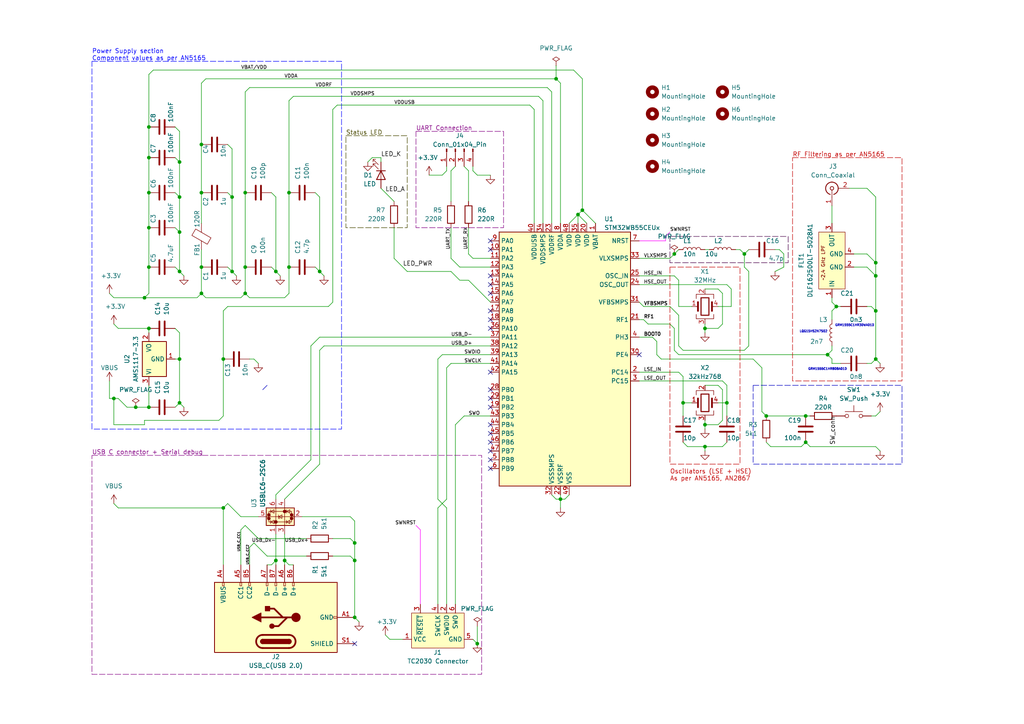
<source format=kicad_sch>
(kicad_sch (version 20231120) (generator "eeschema") (generator_version "8.0")
  (paper "A4")
  (title_block (title "STM32_BT_Project") (date "2024-10-21") (rev "0.2") (company "arpiku.xyz"))
  (junction (at 102.87 157.48))
  (junction (at 52.07 67.31))
  (junction (at 242.57 88.9))
  (junction (at 210.82 116.84))
  (junction (at 67.31 78.74))
  (junction (at 233.68 120.65))
  (junction (at 52.07 104.14))
  (junction (at 254 104.14))
  (junction (at 198.12 116.84))
  (junction (at 43.18 77.47))
  (junction (at 233.68 128.27))
  (junction (at 64.77 104.14))
  (junction (at 80.01 78.74))
  (junction (at 195.58 73.66))
  (junction (at 83.82 55.88))
  (junction (at 67.31 57.15))
  (junction (at 52.07 78.74))
  (junction (at 168.91 60.96))
  (junction (at 58.42 77.47))
  (junction (at 43.18 36.83))
  (junction (at 52.07 116.84))
  (junction (at 254 80.01))
  (junction (at 204.47 95.25))
  (junction (at 71.12 77.47))
  (junction (at 52.07 46.99))
  (junction (at 162.56 144.78))
  (junction (at 71.12 55.88))
  (junction (at 33.02 115.57))
  (junction (at 58.42 85.09))
  (junction (at 254 76.2))
  (junction (at 52.07 57.15))
  (junction (at 240.03 102.87))
  (junction (at 41.91 86.36))
  (junction (at 254 90.17))
  (junction (at 43.18 95.25))
  (junction (at 39.37 118.11))
  (junction (at 204.47 129.54))
  (junction (at 58.42 55.88))
  (junction (at 43.18 55.88))
  (junction (at 167.64 62.23))
  (junction (at 58.42 41.91))
  (junction (at 92.71 78.74))
  (junction (at 102.87 179.07))
  (junction (at 215.9 73.66))
  (junction (at 43.18 118.11))
  (junction (at 64.77 147.32))
  (junction (at 161.29 22.86))
  (junction (at 82.55 162.56))
  (junction (at 204.47 123.19))
  (junction (at 83.82 77.47))
  (junction (at 102.87 162.56))
  (junction (at 43.18 45.72))
  (junction (at 71.12 85.09))
  (junction (at 222.25 120.65))
  (junction (at 138.43 186.69))
  (junction (at 43.18 66.04))
  (junction (at 80.01 162.56))
  (no_connect (at 142.24 82.55))
  (no_connect (at 142.24 123.19))
  (no_connect (at 142.24 90.17))
  (no_connect (at 142.24 133.35))
  (no_connect (at 142.24 135.89))
  (no_connect (at 142.24 107.95))
  (no_connect (at 142.24 115.57))
  (no_connect (at 142.24 113.03))
  (no_connect (at 142.24 69.85))
  (no_connect (at 142.24 85.09))
  (no_connect (at 185.42 102.87))
  (no_connect (at 142.24 95.25))
  (no_connect (at 142.24 125.73))
  (no_connect (at 142.24 130.81))
  (no_connect (at 142.24 92.71))
  (no_connect (at 142.24 118.11))
  (no_connect (at 142.24 80.01))
  (no_connect (at 142.24 128.27))
  (no_connect (at 102.87 186.69))
  (no_connect (at 142.24 72.39))
  (wire (pts (xy 52.07 116.84) (xy 52.07 104.14)))
  (wire (pts (xy 242.57 88.9) (xy 243.84 88.9)))
  (wire (pts (xy 194.31 74.93) (xy 195.58 73.66)))
  (wire (pts (xy 33.02 115.57) (xy 33.02 123.19)))
  (wire (pts (xy 69.85 163.83) (xy 69.85 153.67)))
  (wire (pts (xy 241.3 87.63) (xy 242.57 88.9)))
  (wire (pts (xy 135.89 49.53) (xy 134.62 48.26)))
  (wire (pts (xy 204.47 111.76) (xy 208.28 111.76)))
  (wire (pts (xy 52.07 46.99) (xy 52.07 38.1)))
  (wire (pts (xy 252.73 120.65) (xy 254 120.65)))
  (wire (pts (xy 90.17 100.33) (xy 90.17 133.35)))
  (wire (pts (xy 224.79 72.39) (xy 226.06 72.39)))
  (wire (pts (xy 101.6 161.29) (xy 102.87 162.56)))
  (wire (pts (xy 83.82 77.47) (xy 83.82 85.09)))
  (wire (pts (xy 67.31 78.74) (xy 67.31 57.15)))
  (wire (pts (xy 208.28 111.76) (xy 209.55 113.03)))
  (wire (pts (xy 195.58 80.01) (xy 196.85 81.28)))
  (wire (pts (xy 196.85 107.95) (xy 198.12 109.22)))
  (wire (pts (xy 58.42 24.13) (xy 59.69 22.86)))
  (wire (pts (xy 241.3 59.69) (xy 241.3 64.77)))
  (wire (pts (xy 52.07 78.74) (xy 52.07 67.31)))
  (wire (pts (xy 212.09 83.82) (xy 212.09 88.9)))
  (wire (pts (xy 52.07 67.31) (xy 50.8 66.04)))
  (wire (pts (xy 193.04 69.85) (xy 193.04 68.58)) (stroke (width 0) (color 255 0 255 1)))
  (wire (pts (xy 162.56 24.13) (xy 162.56 64.77)))
  (wire (pts (xy 209.55 121.92) (xy 208.28 123.19)))
  (wire (pts (xy 85.09 27.94) (xy 156.21 27.94)))
  (wire (pts (xy 204.47 121.92) (xy 204.47 123.19)))
  (wire (pts (xy 39.37 118.11) (xy 43.18 118.11)))
  (wire (pts (xy 72.39 25.4) (xy 158.75 25.4)))
  (wire (pts (xy 185.42 97.79) (xy 189.23 97.79)))
  (wire (pts (xy 130.81 105.41) (xy 142.24 105.41)))
  (wire (pts (xy 52.07 57.15) (xy 52.07 46.99)))
  (wire (pts (xy 52.07 104.14) (xy 52.07 96.52)))
  (wire (pts (xy 210.82 82.55) (xy 212.09 83.82)))
  (wire (pts (xy 167.64 62.23) (xy 167.64 64.77)))
  (wire (pts (xy 31.75 85.09) (xy 33.02 86.36)))
  (wire (pts (xy 133.35 81.28) (xy 135.89 81.28)))
  (wire (pts (xy 165.1 64.77) (xy 167.64 62.23)))
  (wire (pts (xy 254 129.54) (xy 255.27 130.81)))
  (wire (pts (xy 208.28 116.84) (xy 210.82 116.84)))
  (wire (pts (xy 64.77 90.17) (xy 64.77 104.14)))
  (wire (pts (xy 113.03 185.42) (xy 116.84 185.42)))
  (wire (pts (xy 198.12 116.84) (xy 200.66 116.84)))
  (wire (pts (xy 43.18 66.04) (xy 43.18 55.88)))
  (wire (pts (xy 185.42 107.95) (xy 196.85 107.95)))
  (wire (pts (xy 210.82 116.84) (xy 210.82 120.65)))
  (wire (pts (xy 67.31 78.74) (xy 68.58 80.01)))
  (wire (pts (xy 233.68 128.27) (xy 234.95 129.54)))
  (wire (pts (xy 189.23 97.79) (xy 190.5 99.06)))
  (wire (pts (xy 83.82 29.21) (xy 83.82 55.88)))
  (wire (pts (xy 135.89 81.28) (xy 142.24 87.63)))
  (wire (pts (xy 186.69 92.71) (xy 187.96 93.98)))
  (wire (pts (xy 77.47 161.29) (xy 88.9 161.29)))
  (wire (pts (xy 72.39 86.36) (xy 82.55 86.36)))
  (wire (pts (xy 220.98 106.68) (xy 220.98 119.38)))
  (wire (pts (xy 73.66 104.14) (xy 74.93 105.41)))
  (wire (pts (xy 190.5 102.87) (xy 191.77 104.14)))
  (wire (pts (xy 209.55 129.54) (xy 210.82 128.27)))
  (wire (pts (xy 85.09 163.83) (xy 83.82 163.83)))
  (wire (pts (xy 138.43 50.8) (xy 142.24 50.8)))
  (wire (pts (xy 33.02 93.98) (xy 34.29 95.25)))
  (wire (pts (xy 43.18 111.76) (xy 43.18 118.11)))
  (wire (pts (xy 82.55 144.78) (xy 92.71 134.62)))
  (wire (pts (xy 110.49 45.72) (xy 110.49 46.99)))
  (wire (pts (xy 83.82 29.21) (xy 85.09 27.94)))
  (wire (pts (xy 31.75 115.57) (xy 31.75 110.49)))
  (wire (pts (xy 90.17 100.33) (xy 92.71 97.79)))
  (wire (pts (xy 80.01 143.51) (xy 90.17 133.35)))
  (wire (pts (xy 71.12 26.67) (xy 71.12 55.88)))
  (wire (pts (xy 186.69 88.9) (xy 194.31 88.9)))
  (wire (pts (xy 101.6 149.86) (xy 102.87 151.13)))
  (wire (pts (xy 58.42 77.47) (xy 58.42 72.39)))
  (wire (pts (xy 161.29 144.78) (xy 162.56 144.78)))
  (wire (pts (xy 78.74 77.47) (xy 80.01 78.74)))
  (wire (pts (xy 82.55 162.56) (xy 82.55 154.94)))
  (wire (pts (xy 43.18 77.47) (xy 43.18 85.09)))
  (wire (pts (xy 102.87 179.07) (xy 104.14 180.34)))
  (wire (pts (xy 185.42 87.63) (xy 186.69 88.9)))
  (wire (pts (xy 96.52 31.75) (xy 96.52 87.63)))
  (wire (pts (xy 185.42 110.49) (xy 209.55 110.49)))
  (wire (pts (xy 137.16 48.26) (xy 137.16 49.53)))
  (wire (pts (xy 209.55 85.09) (xy 209.55 93.98)))
  (wire (pts (xy 102.87 162.56) (xy 102.87 157.48)))
  (wire (pts (xy 95.25 88.9) (xy 96.52 87.63)))
  (wire (pts (xy 67.31 57.15) (xy 67.31 43.18)))
  (wire (pts (xy 52.07 116.84) (xy 53.34 118.11)))
  (wire (pts (xy 158.75 25.4) (xy 160.02 26.67)))
  (wire (pts (xy 52.07 78.74) (xy 53.34 80.01)))
  (wire (pts (xy 92.71 101.6) (xy 92.71 134.62)))
  (wire (pts (xy 57.15 86.36) (xy 58.42 85.09)))
  (wire (pts (xy 93.98 100.33) (xy 142.24 100.33)))
  (wire (pts (xy 195.58 73.66) (xy 196.85 72.39)))
  (wire (pts (xy 134.62 120.65) (xy 142.24 120.65)))
  (wire (pts (xy 129.54 49.53) (xy 128.27 50.8)))
  (wire (pts (xy 58.42 85.09) (xy 59.69 86.36)))
  (wire (pts (xy 33.02 115.57) (xy 34.29 115.57)))
  (wire (pts (xy 168.91 60.96) (xy 167.64 62.23)))
  (wire (pts (xy 127 147.32) (xy 127 175.26)))
  (wire (pts (xy 92.71 78.74) (xy 92.71 57.15)))
  (wire (pts (xy 215.9 77.47) (xy 217.17 78.74)))
  (wire (pts (xy 102.87 157.48) (xy 102.87 151.13)))
  (wire (pts (xy 43.18 45.72) (xy 43.18 36.83)))
  (wire (pts (xy 129.54 48.26) (xy 129.54 49.53)))
  (wire (pts (xy 135.89 73.66) (xy 137.16 74.93)))
  (wire (pts (xy 254 76.2) (xy 254 80.01)))
  (wire (pts (xy 234.95 129.54) (xy 254 129.54)))
  (wire (pts (xy 97.79 30.48) (xy 153.67 30.48)))
  (wire (pts (xy 251.46 77.47) (xy 254 80.01)))
  (wire (pts (xy 222.25 120.65) (xy 233.68 120.65)))
  (wire (pts (xy 241.3 100.33) (xy 241.3 101.6)))
  (wire (pts (xy 129.54 106.68) (xy 130.81 105.41)))
  (wire (pts (xy 63.5 121.92) (xy 64.77 120.65)))
  (wire (pts (xy 58.42 55.88) (xy 58.42 64.77)))
  (wire (pts (xy 204.47 130.81) (xy 204.47 129.54)))
  (wire (pts (xy 217.17 78.74) (xy 217.17 100.33)))
  (wire (pts (xy 223.52 129.54) (xy 222.25 128.27)))
  (wire (pts (xy 69.85 149.86) (xy 74.93 149.86)))
  (wire (pts (xy 87.63 149.86) (xy 101.6 149.86)))
  (wire (pts (xy 241.3 90.17) (xy 241.3 92.71)))
  (wire (pts (xy 168.91 22.86) (xy 168.91 60.96)))
  (wire (pts (xy 154.94 31.75) (xy 154.94 64.77)))
  (wire (pts (xy 215.9 101.6) (xy 217.17 100.33)))
  (wire (pts (xy 41.91 123.19) (xy 41.91 121.92)))
  (wire (pts (xy 194.31 88.9) (xy 196.85 91.44)))
  (wire (pts (xy 204.47 93.98) (xy 204.47 95.25)))
  (wire (pts (xy 33.02 123.19) (xy 41.91 123.19)))
  (wire (pts (xy 67.31 43.18) (xy 66.04 41.91)))
  (wire (pts (xy 78.74 163.83) (xy 80.01 162.56)))
  (wire (pts (xy 130.81 74.93) (xy 133.35 77.47)))
  (wire (pts (xy 74.93 156.21) (xy 88.9 156.21)))
  (wire (pts (xy 66.04 146.05) (xy 69.85 149.86)))
  (wire (pts (xy 31.75 115.57) (xy 33.02 115.57)))
  (wire (pts (xy 204.47 95.25) (xy 204.47 96.52)))
  (wire (pts (xy 59.69 22.86) (xy 161.29 22.86)))
  (wire (pts (xy 130.81 49.53) (xy 132.08 48.26)))
  (wire (pts (xy 162.56 143.51) (xy 162.56 144.78)))
  (wire (pts (xy 83.82 163.83) (xy 82.55 162.56)))
  (wire (pts (xy 69.85 86.36) (xy 71.12 85.09)))
  (wire (pts (xy 215.9 73.66) (xy 217.17 72.39)))
  (wire (pts (xy 50.8 104.14) (xy 52.07 104.14)))
  (wire (pts (xy 52.07 67.31) (xy 52.07 57.15)))
  (wire (pts (xy 137.16 185.42) (xy 138.43 186.69)))
  (wire (pts (xy 106.68 46.99) (xy 107.95 45.72)))
  (wire (pts (xy 241.3 86.36) (xy 241.3 87.63)))
  (wire (pts (xy 130.81 66.04) (xy 130.81 74.93)))
  (wire (pts (xy 77.47 163.83) (xy 78.74 163.83)))
  (wire (pts (xy 92.71 101.6) (xy 93.98 100.33)))
  (wire (pts (xy 198.12 101.6) (xy 215.9 101.6)))
  (wire (pts (xy 208.28 83.82) (xy 209.55 85.09)))
  (wire (pts (xy 210.82 111.76) (xy 210.82 116.84)))
  (wire (pts (xy 113.03 185.42) (xy 111.76 184.15)))
  (wire (pts (xy 72.39 158.75) (xy 73.66 157.48)))
  (wire (pts (xy 121.92 153.67) (xy 120.65 152.4)) (stroke (width 0) (color 255 0 255 1)))
  (wire (pts (xy 137.16 74.93) (xy 142.24 74.93)))
  (wire (pts (xy 50.8 118.11) (xy 52.07 116.84)))
  (wire (pts (xy 114.3 74.93) (xy 118.11 78.74)))
  (wire (pts (xy 110.49 54.61) (xy 114.3 58.42)))
  (wire (pts (xy 71.12 77.47) (xy 71.12 55.88)))
  (wire (pts (xy 190.5 99.06) (xy 190.5 102.87)))
  (wire (pts (xy 33.02 146.05) (xy 34.29 147.32)))
  (wire (pts (xy 193.04 68.58) (xy 194.31 67.31)) (stroke (width 0) (color 255 0 255 1)))
  (wire (pts (xy 196.85 81.28) (xy 196.85 88.9)))
  (wire (pts (xy 64.77 163.83) (xy 64.77 147.32)))
  (wire (pts (xy 127 104.14) (xy 128.27 102.87)))
  (wire (pts (xy 133.35 77.47) (xy 142.24 77.47)))
  (wire (pts (xy 198.12 128.27) (xy 199.39 129.54)))
  (wire (pts (xy 185.42 82.55) (xy 210.82 82.55)))
  (wire (pts (xy 69.85 153.67) (xy 71.12 152.4)))
  (wire (pts (xy 209.55 113.03) (xy 209.55 121.92)))
  (wire (pts (xy 240.03 102.87) (xy 241.3 101.6)))
  (wire (pts (xy 96.52 31.75) (xy 97.79 30.48)))
  (wire (pts (xy 227.33 73.66) (xy 227.33 77.47)))
  (wire (pts (xy 204.47 129.54) (xy 209.55 129.54)))
  (wire (pts (xy 160.02 26.67) (xy 160.02 64.77)))
  (wire (pts (xy 194.31 74.93) (xy 185.42 74.93)))
  (wire (pts (xy 156.21 27.94) (xy 157.48 29.21)))
  (wire (pts (xy 226.06 72.39) (xy 227.33 73.66)))
  (wire (pts (xy 204.47 123.19) (xy 208.28 123.19)))
  (wire (pts (xy 71.12 26.67) (xy 72.39 25.4)))
  (wire (pts (xy 161.29 22.86) (xy 162.56 24.13)))
  (wire (pts (xy 64.77 120.65) (xy 64.77 104.14)))
  (wire (pts (xy 132.08 123.19) (xy 132.08 175.26)))
  (wire (pts (xy 52.07 46.99) (xy 50.8 45.72)))
  (wire (pts (xy 34.29 115.57) (xy 36.83 118.11)))
  (wire (pts (xy 193.04 69.85) (xy 185.42 69.85)) (stroke (width 0) (color 255 0 255 1)))
  (wire (pts (xy 198.12 116.84) (xy 198.12 120.65)))
  (wire (pts (xy 215.9 73.66) (xy 214.63 72.39)))
  (wire (pts (xy 208.28 88.9) (xy 212.09 88.9)))
  (wire (pts (xy 64.77 90.17) (xy 66.04 88.9)))
  (wire (pts (xy 215.9 77.47) (xy 215.9 73.66)))
  (wire (pts (xy 209.55 110.49) (xy 210.82 111.76)))
  (wire (pts (xy 130.81 78.74) (xy 133.35 81.28)))
  (wire (pts (xy 138.43 181.61) (xy 138.43 186.69)))
  (wire (pts (xy 52.07 78.74) (xy 50.8 77.47)))
  (wire (pts (xy 247.65 77.47) (xy 251.46 77.47)))
  (wire (pts (xy 107.95 45.72) (xy 110.49 45.72)))
  (wire (pts (xy 58.42 55.88) (xy 58.42 41.91)))
  (wire (pts (xy 34.29 95.25) (xy 43.18 95.25)))
  (wire (pts (xy 204.47 123.19) (xy 204.47 124.46)))
  (wire (pts (xy 128.27 102.87) (xy 142.24 102.87)))
  (wire (pts (xy 191.77 104.14) (xy 218.44 104.14)))
  (wire (pts (xy 220.98 119.38) (xy 222.25 120.65)))
  (wire (pts (xy 67.31 78.74) (xy 66.04 77.47)))
  (wire (pts (xy 92.71 97.79) (xy 142.24 97.79)))
  (wire (pts (xy 204.47 95.25) (xy 208.28 95.25)))
  (wire (pts (xy 185.42 92.71) (xy 186.69 92.71)))
  (wire (pts (xy 167.64 62.23) (xy 170.18 64.77)))
  (wire (pts (xy 166.37 20.32) (xy 168.91 22.86)))
  (wire (pts (xy 58.42 24.13) (xy 58.42 41.91)))
  (wire (pts (xy 80.01 78.74) (xy 81.28 80.01)))
  (wire (pts (xy 233.68 128.27) (xy 232.41 129.54)))
  (wire (pts (xy 132.08 123.19) (xy 134.62 120.65)))
  (wire (pts (xy 195.58 101.6) (xy 196.85 102.87)))
  (wire (pts (xy 251.46 73.66) (xy 254 76.2)))
  (wire (pts (xy 82.55 163.83) (xy 82.55 162.56)))
  (wire (pts (xy 41.91 86.36) (xy 43.18 85.09)))
  (wire (pts (xy 92.71 57.15) (xy 91.44 55.88)))
  (wire (pts (xy 251.46 54.61) (xy 254 57.15)))
  (wire (pts (xy 59.69 86.36) (xy 69.85 86.36)))
  (wire (pts (xy 73.66 157.48) (xy 77.47 161.29)))
  (wire (pts (xy 254 104.14) (xy 255.27 105.41)))
  (wire (pts (xy 254 80.01) (xy 254 90.17)))
  (wire (pts (xy 114.3 66.04) (xy 114.3 74.93)))
  (wire (pts (xy 161.29 19.05) (xy 161.29 22.86)))
  (wire (pts (xy 247.65 73.66) (xy 251.46 73.66)))
  (wire (pts (xy 121.92 153.67) (xy 121.92 175.26)) (stroke (width 0) (color 255 0 255 1)))
  (wire (pts (xy 43.18 95.25) (xy 43.18 96.52)))
  (wire (pts (xy 135.89 66.04) (xy 135.89 73.66)))
  (wire (pts (xy 72.39 163.83) (xy 72.39 158.75)))
  (wire (pts (xy 213.36 72.39) (xy 214.63 72.39)))
  (wire (pts (xy 251.46 88.9) (xy 252.73 88.9)))
  (wire (pts (xy 162.56 144.78) (xy 162.56 147.32)))
  (wire (pts (xy 127 147.32) (xy 129.54 144.78)))
  (wire (pts (xy 223.52 129.54) (xy 232.41 129.54)))
  (wire (pts (xy 78.74 55.88) (xy 80.01 57.15)))
  (wire (pts (xy 187.96 93.98) (xy 194.31 93.98)))
  (wire (pts (xy 118.11 78.74) (xy 130.81 78.74)))
  (wire (pts (xy 124.46 50.8) (xy 128.27 50.8)))
  (wire (pts (xy 34.29 147.32) (xy 64.77 147.32)))
  (wire (pts (xy 129.54 147.32) (xy 129.54 175.26)))
  (wire (pts (xy 196.85 100.33) (xy 198.12 101.6)))
  (wire (pts (xy 241.3 104.14) (xy 241.3 105.41)))
  (wire (pts (xy 67.31 57.15) (xy 66.04 55.88)))
  (wire (pts (xy 199.39 129.54) (xy 204.47 129.54)))
  (wire (pts (xy 80.01 162.56) (xy 80.01 154.94)))
  (wire (pts (xy 101.6 156.21) (xy 102.87 157.48)))
  (wire (pts (xy 241.3 90.17) (xy 242.57 88.9)))
  (wire (pts (xy 72.39 104.14) (xy 73.66 104.14)))
  (wire (pts (xy 204.47 72.39) (xy 205.74 72.39)))
  (wire (pts (xy 82.55 86.36) (xy 83.82 85.09)))
  (wire (pts (xy 80.01 144.78) (xy 80.01 143.51)))
  (wire (pts (xy 52.07 57.15) (xy 50.8 55.88)))
  (wire (pts (xy 220.98 106.68) (xy 218.44 104.14)))
  (wire (pts (xy 80.01 78.74) (xy 80.01 57.15)))
  (wire (pts (xy 196.85 88.9) (xy 200.66 88.9)))
  (wire (pts (xy 96.52 156.21) (xy 101.6 156.21)))
  (wire (pts (xy 135.89 49.53) (xy 135.89 58.42)))
  (wire (pts (xy 58.42 77.47) (xy 58.42 85.09)))
  (wire (pts (xy 185.42 80.01) (xy 195.58 80.01)))
  (wire (pts (xy 43.18 21.59) (xy 44.45 20.32)))
  (wire (pts (xy 129.54 106.68) (xy 129.54 144.78)))
  (wire (pts (xy 195.58 95.25) (xy 195.58 101.6)))
  (wire (pts (xy 168.91 60.96) (xy 172.72 64.77)))
  (wire (pts (xy 196.85 102.87) (xy 240.03 102.87)))
  (wire (pts (xy 204.47 83.82) (xy 208.28 83.82)))
  (wire (pts (xy 196.85 91.44) (xy 196.85 100.33)))
  (polyline (pts (xy 76.2 113.03) (xy 77.47 111.76)))
  (wire (pts (xy 44.45 20.32) (xy 166.37 20.32)))
  (wire (pts (xy 246.38 54.61) (xy 251.46 54.61)))
  (wire (pts (xy 160.02 143.51) (xy 161.29 144.78)))
  (wire (pts (xy 153.67 30.48) (xy 154.94 31.75)))
  (wire (pts (xy 130.81 58.42) (xy 130.81 49.53)))
  (wire (pts (xy 254 90.17) (xy 254 104.14)))
  (wire (pts (xy 43.18 21.59) (xy 43.18 36.83)))
  (wire (pts (xy 137.16 49.53) (xy 138.43 50.8)))
  (wire (pts (xy 251.46 105.41) (xy 252.73 105.41)))
  (wire (pts (xy 83.82 77.47) (xy 83.82 55.88)))
  (wire (pts (xy 227.33 77.47) (xy 224.79 78.74)))
  (wire (pts (xy 64.77 147.32) (xy 66.04 146.05)))
  (wire (pts (xy 52.07 96.52) (xy 50.8 95.25)))
  (wire (pts (xy 92.71 78.74) (xy 91.44 77.47)))
  (wire (pts (xy 163.83 144.78) (xy 165.1 143.51)))
  (wire (pts (xy 43.18 55.88) (xy 43.18 45.72)))
  (wire (pts (xy 74.93 156.21) (xy 71.12 152.4)))
  (wire (pts (xy 41.91 86.36) (xy 57.15 86.36)))
  (wire (pts (xy 254 104.14) (xy 252.73 105.41)))
  (wire (pts (xy 71.12 77.47) (xy 71.12 85.09)))
  (wire (pts (xy 240.03 102.87) (xy 241.3 104.14)))
  (wire (pts (xy 33.02 86.36) (xy 41.91 86.36)))
  (wire (pts (xy 241.3 105.41) (xy 243.84 105.41)))
  (wire (pts (xy 157.48 29.21) (xy 157.48 64.77)))
  (wire (pts (xy 96.52 161.29) (xy 101.6 161.29)))
  (wire (pts (xy 254 120.65) (xy 255.27 119.38)))
  (wire (pts (xy 129.54 147.32) (xy 127 144.78)))
  (wire (pts (xy 102.87 179.07) (xy 102.87 162.56)))
  (wire (pts (xy 36.83 118.11) (xy 39.37 118.11)))
  (wire (pts (xy 66.04 88.9) (xy 95.25 88.9)))
  (wire (pts (xy 162.56 144.78) (xy 163.83 144.78)))
  (wire (pts (xy 233.68 120.65) (xy 234.95 120.65)))
  (wire (pts (xy 127 104.14) (xy 127 144.78)))
  (wire (pts (xy 252.73 88.9) (xy 254 90.17)))
  (wire (pts (xy 80.01 163.83) (xy 80.01 162.56)))
  (wire (pts (xy 209.55 93.98) (xy 208.28 95.25)))
  (wire (pts (xy 71.12 85.09) (xy 72.39 86.36)))
  (wire (pts (xy 43.18 77.47) (xy 43.18 66.04)))
  (wire (pts (xy 254 57.15) (xy 254 76.2)))
  (wire (pts (xy 92.71 78.74) (xy 93.98 80.01)))
  (wire (pts (xy 52.07 38.1) (xy 50.8 36.83)))
  (wire (pts (xy 41.91 121.92) (xy 63.5 121.92)))
  (wire (pts (xy 194.31 93.98) (xy 195.58 95.25)))
  (wire (pts (xy 198.12 109.22) (xy 198.12 116.84)))
  (rectangle (start 26.67 17.78) (end 99.06 124.46) (stroke (width 0) (type dash) (color 0 0 255 1)))
  (rectangle (start 229.87 45.72) (end 261.62 110.49) (stroke (width 0) (type dash) (color 194 0 0 1)))
  (rectangle (start 218.44 111.76) (end 261.62 134.62) (stroke (width 0) (type dash)))
  (rectangle (start 194.31 77.47) (end 214.63 134.62) (stroke (width 0) (type dash) (color 194 0 0 1)))
  (rectangle (start 100.33 39.37) (end 118.11 66.04) (stroke (width 0) (type dash) (color 72 72 0 1)))
  (rectangle (start 120.65 38.1) (end 146.05 66.04) (stroke (width 0) (type dash) (color 132 0 132 1)))
  (rectangle (start 26.67 132.08) (end 139.7 195.58) (stroke (width 0) (type dash) (color 132 0 132 1)))
  (rectangle (start 194.31 68.58) (end 228.6 76.2) (stroke (width 0) (type dash) (color 72 0 72 1)))
  (text "LQG15HS2N7S02" (at 235.966 96.266 0) (effects (font (size 0.635 0.635))))
  (text "Oscillators (LSE + HSE) \nAs per AN5165, AN2867" (at 194.31 139.7 0) (effects (font (size 1.27 1.27)) (justify left bottom)))
  (text "USB C connector + Serial debug\n" (at 26.67 132.08 0) (effects (font (size 1.27 1.27)) (justify left bottom)))
  (text "RF Filtering as per AN5165" (at 229.87 45.72 0) (effects (font (size 1.27 1.27)) (justify left bottom)))
  (text "GRM1555C1HR80BA01D" (at 240.03 107.188 0) (effects (font (size 0.635 0.635))))
  (text "UART Connection\n" (at 120.65 38.1 0) (effects (font (size 1.27 1.27)) (justify left bottom)))
  (text "GRM1555C1HR30WA01D" (at 247.904 94.488 0) (effects (font (size 0.635 0.635))))
  (text "Power Supply section\nComponent values as per AN5165" (at 26.67 17.78 0) (effects (font (size 1.27 1.27)) (justify left bottom)))
  (text "Status LED" (at 100.33 39.37 0) (effects (font (size 1.27 1.27)) (justify left bottom)))
  (label "USB_C_CC2" (at 72.39 163.83 90) (effects (font (size 0.68 0.68))))
  (label "SWNRST" (at 120.65 152.4 180) (effects (font (size 1 1))))
  (label "VDDUSB" (at 114.3 30.48 0) (effects (font (size 1 1))))
  (label "BOOT0" (at 186.69 97.79 0) (effects (font (size 1 1) (thickness 0.2) (bold yes))))
  (label "LSE_OUT" (at 186.69 110.49 0) (effects (font (size 1 1))))
  (label "HSE_IN" (at 186.69 80.01 0) (effects (font (size 1 1))))
  (label "SWNRST" (at 194.31 67.31 0) (effects (font (size 1 1))))
  (label "LSE_IN" (at 186.69 107.95 0) (effects (font (size 1 1))))
  (label "RF1" (at 186.69 92.71 0) (effects (font (size 1 1) (thickness 0.2) (bold yes))))
  (label "HSE_OUT" (at 186.69 82.55 0) (effects (font (size 1 1))))
  (label "USB_C_CC1" (at 69.85 160.02 90) (effects (font (size 0.68 0.68))))
  (label "VFBSMPS" (at 186.69 88.9 0) (effects (font (size 1 1) (thickness 0.2) (bold yes))))
  (label "USB_Dx-" (at 80.01 157.48 180) (effects (font (size 1 1))))
  (label "LED_K" (at 110.49 45.72 0))
  (label "VDDA" (at 86.36 22.86 180) (effects (font (size 1 1))))
  (label "USB_D+" (at 130.81 100.33 0) (effects (font (size 1 1))))
  (label "USB_D-" (at 130.81 97.79 0) (effects (font (size 1 1))))
  (label "SWDIO" (at 134.62 102.87 0) (effects (font (size 1 1))))
  (label "USB_Dx+" (at 82.55 157.48 0) (effects (font (size 1 1))))
  (label "LED_PWR" (at 116.84 77.47 0))
  (label "VDDSMPS" (at 101.6 27.94 0) (effects (font (size 1 1))))
  (label "SW_conn" (at 242.57 120.65 270))
  (label "VLXSMPS" (at 186.69 74.93 0) (effects (font (size 1 1))))
  (label "VDDRF" (at 91.44 25.4 0) (effects (font (size 1 1))))
  (label "SWO" (at 135.89 120.65 0) (effects (font (size 1 1))))
  (label "UART_TX" (at 130.81 72.39 90) (effects (font (size 1 1))))
  (label "SWCLK" (at 134.62 105.41 0) (effects (font (size 1 1))))
  (label "VBAT{slash}VDD" (at 77.47 20.32 180) (effects (font (size 1 1))))
  (label "LED_A" (at 111.76 55.88 0))
  (label "UART_RX" (at 135.89 72.39 90) (effects (font (size 1 1))))
  (symbol (lib_id "power:GND") (at 224.79 78.74 0) (unit 1)
    (property "Reference" "#PWR017" (effects (hide yes)))
    (property "Value" "GND" (effects (hide yes)))
  )
  (symbol (lib_id "power:+3.3V") (at 33.02 93.98 0) (unit 1)
    (property "Reference" "#PWR014" (effects (hide yes)))
    (property "Value" "+3.3V" (at 30.48 88.9 0) (effects (justify left)))
  )
  (symbol (lib_id "Device:C") (at 46.99 45.72 90) (unit 1)
    (property "Reference" "C7" (at 44.45 44.45 0) (effects (justify left)))
    (property "Value" "100nF" (at 49.53 44.45 0) (effects (justify left)))
    (property "Footprint" "Capacitor_SMD:C_0402_1005Metric" (effects (hide yes)))
  )
  (symbol (lib_id "power:GND") (at 204.47 96.52 0) (unit 1)
    (property "Reference" "#PWR018" (effects (hide yes)))
    (property "Value" "GND" (effects (hide yes)))
  )
  (symbol (lib_id "Device:R") (at 135.89 62.23 0) (unit 1)
    (property "Reference" "R6" (at 138.43 60.96 0) (effects (justify left)))
    (property "Value" "220R" (at 138.43 63.5 0) (effects (justify left)))
    (property "Footprint" "Resistor_SMD:R_0603_1608Metric" (effects (hide yes)))
  )
  (symbol (lib_id "Device:L") (at 200.66 72.39 270) (mirror x) (unit 1)
    (property "Reference" "L1" (at 198.12 69.85 90) (effects (justify left)))
    (property "Value" "10n" (at 198.12 73.66 90) (effects (justify left)))
    (property "Footprint" "Inductor_SMD:L_0402_1005Metric" (effects (hide yes)))
  )
  (symbol (lib_id "Device:C") (at 68.58 104.14 90) (mirror x) (unit 1)
    (property "Reference" "C13" (at 66.04 105.41 0) (effects (justify left)))
    (property "Value" "10n" (at 71.12 105.41 0) (effects (justify left)))
    (property "Footprint" "Capacitor_SMD:C_0603_1608Metric" (effects (hide yes)))
  )
  (symbol (lib_id "Device:R") (at 114.3 62.23 0) (mirror y) (unit 1)
    (property "Reference" "R7" (at 111.76 60.96 0) (effects (justify left)))
    (property "Value" "220R" (at 111.76 63.5 0) (effects (justify left)))
    (property "Footprint" "Resistor_SMD:R_0603_1608Metric" (effects (hide yes)))
  )
  (symbol (lib_id "power:GND") (at 81.28 80.01 0) (unit 1)
    (property "Reference" "#PWR03" (effects (hide yes)))
    (property "Value" "GND" (effects (hide yes)))
  )
  (symbol (lib_id "power:GND") (at 204.47 130.81 0) (unit 1)
    (property "Reference" "#PWR019" (effects (hide yes)))
    (property "Value" "GND" (effects (hide yes)))
  )
  (symbol (lib_id "Device:C") (at 46.99 36.83 90) (unit 1)
    (property "Reference" "C8" (at 44.45 35.56 0) (effects (justify left)))
    (property "Value" "100nF" (at 49.53 35.56 0) (effects (justify left)))
    (property "Footprint" "Capacitor_SMD:C_0402_1005Metric" (effects (hide yes)))
  )
  (symbol (lib_id "Device:C") (at 62.23 77.47 90) (mirror x) (unit 1)
    (property "Reference" "C1" (at 59.69 78.74 0) (effects (justify left)))
    (property "Value" "1u" (at 64.77 78.74 0) (effects (justify left)))
    (property "Footprint" "Capacitor_SMD:C_0603_1608Metric" (effects (hide yes)))
  )
  (symbol (lib_id "power:GND") (at 255.27 130.81 0) (unit 1)
    (property "Reference" "#PWR023" (effects (hide yes)))
    (property "Value" "GND" (effects (hide yes)))
  )
  (symbol (lib_id "power:GND") (at 106.68 46.99 0) (unit 1)
    (property "Reference" "#PWR09" (effects (hide yes)))
    (property "Value" "GND" (effects (hide yes)))
  )
  (symbol (lib_id "Regulator_Linear:AMS1117-3.3") (at 43.18 104.14 90) (unit 1)
    (property "Reference" "U2" (at 36.83 104.14 0))
    (property "Value" "AMS1117-3.3" (at 39.37 104.14 0))
    (property "Footprint" "Package_TO_SOT_SMD:SOT-223-3_TabPin2" (effects (hide yes)))
    (property "Datasheet" "http://www.advanced-monolithic.com/pdf/ds1117.pdf" (effects (hide yes)))
  )
  (symbol (lib_id "Connector:USB_C_Receptacle_USB2.0_14P") (at 80.01 179.07 90) (unit 1)
    (property "Reference" "J2" (at 80.01 190.5 90))
    (property "Value" "USB_C(USB 2.0)" (at 80.01 193.04 90))
    (property "Footprint" "Connector_USB:USB_C_Receptacle_GCT_USB4105-xx-A_16P_TopMnt_Horizontal" (effects (hide yes)))
    (property "Datasheet" "https://www.usb.org/sites/default/files/documents/usb_type-c.zip" (effects (hide yes)))
  )
  (symbol (lib_id "power:+3.3V") (at 124.46 50.8 0) (mirror y) (unit 1)
    (property "Reference" "#PWR08" (effects (hide yes)))
    (property "Value" "+3.3V" (at 127 45.72 0) (effects (justify left)))
  )
  (symbol (lib_id "Connector:Conn_ARM_SWD_TagConnect_TC2030") (at 127 182.88 90) (unit 1) (in_bom no)
    (property "Reference" "J1" (at 125.73 189.23 90) (effects (justify right)))
    (property "Value" "TC2030 Connector" (at 118.11 191.77 90) (effects (justify right)))
    (property "Footprint" "Connector:Tag-Connect_TC2030-IDC-FP_2x03_P1.27mm_Vertical" (effects (hide yes)))
    (property "Datasheet" "https://www.tag-connect.com/wp-content/uploads/bsk-pdf-manager/TC2030-CTX_1.pdf" (effects (hide yes)))
  )
  (symbol (lib_id "Device:C") (at 46.99 118.11 90) (unit 1)
    (property "Reference" "C15" (at 45.72 114.3 0) (effects (justify left)))
    (property "Value" "10u" (at 48.26 114.3 0) (effects (justify left)))
    (property "Footprint" "Capacitor_SMD:C_0603_1608Metric" (effects (hide yes)))
  )
  (symbol (lib_id "Device:R") (at 130.81 62.23 0) (mirror y) (unit 1)
    (property "Reference" "R5" (at 128.27 60.96 0) (effects (justify left)))
    (property "Value" "220R" (at 128.27 63.5 0) (effects (justify left)))
    (property "Footprint" "Resistor_SMD:R_0603_1608Metric" (effects (hide yes)))
  )
  (symbol (lib_id "power:PWR_FLAG") (at 161.29 19.05 0) (unit 1)
    (property "Reference" "#FLG01" (effects (hide yes)))
    (property "Value" "PWR_FLAG" (at 161.29 13.97 0))
  )
  (symbol (lib_id "Mechanical:MountingHole") (at 209.55 26.67 0) (unit 1) (exclude_from_sim yes) (in_bom no)
    (property "Reference" "H5" (at 212.09 25.3999 0) (effects (justify left)))
    (property "Value" "MountingHole" (at 212.09 27.9399 0) (effects (justify left)))
    (property "Footprint" "MountingHole:MountingHole_2.2mm_M2_ISO7380_Pad" (effects (hide yes)))
    (property "Description" "Mounting Hole without connection" (effects (hide yes)))
  )
  (symbol (lib_id "Mechanical:MountingHole") (at 189.23 48.26 0) (unit 1) (exclude_from_sim yes) (in_bom no)
    (property "Reference" "H4" (at 191.77 46.9899 0) (effects (justify left)))
    (property "Value" "MountingHole" (at 191.77 49.5299 0) (effects (justify left)))
    (property "Footprint" "MountingHole:MountingHole_2.2mm_M2_ISO7380_Pad" (effects (hide yes)))
    (property "Description" "Mounting Hole without connection" (effects (hide yes)))
  )
  (symbol (lib_name "PWR_FLAG_3") (lib_id "power:PWR_FLAG") (at 195.58 73.66 0) (unit 1)
    (property "Reference" "#FLG04" (effects (hide yes)))
    (property "Value" "PWR_FLAG" (at 195.58 68.58 0))
    (property "Description" "Special symbol for telling ERC where power comes from" (effects (hide yes)))
  )
  (symbol (lib_id "Switch:SW_Push") (at 247.65 120.65 0) (unit 1)
    (property "Reference" "SW1" (at 247.65 113.03 0))
    (property "Value" "SW_Push" (at 247.65 115.57 0))
    (property "Footprint" "Button_Switch_THT:SW_PUSH_6mm_H4.3mm" (effects (hide yes)))
  )
  (symbol (lib_id "power:+3.3V") (at 255.27 119.38 0) (unit 1)
    (property "Reference" "#PWR022" (effects (hide yes)))
    (property "Value" "+3.3V" (at 255.27 114.3 0))
  )
  (symbol (lib_id "Mechanical:MountingHole") (at 189.23 26.67 0) (unit 1) (exclude_from_sim yes) (in_bom no)
    (property "Reference" "H1" (at 191.77 25.3999 0) (effects (justify left)))
    (property "Value" "MountingHole" (at 191.77 27.9399 0) (effects (justify left)))
    (property "Footprint" "MountingHole:MountingHole_2.2mm_M2_ISO7380_Pad" (effects (hide yes)))
    (property "Description" "Mounting Hole without connection" (effects (hide yes)))
  )
  (symbol (lib_id "Device:R") (at 238.76 120.65 270) (mirror x) (unit 1)
    (property "Reference" "R4" (at 238.76 115.57 90))
    (property "Value" "220R" (at 238.76 118.11 90))
    (property "Footprint" "Resistor_SMD:R_0603_1608Metric" (effects (hide yes)))
  )
  (symbol (lib_id "Device:L") (at 241.3 96.52 180) (unit 1)
    (property "Reference" "L3" (at 240.03 92.71 0) (effects (justify left)))
    (property "Value" "2n7" (at 238.76 99.06 0) (effects (justify left)))
    (property "Footprint" "Inductor_SMD:L_0402_1005Metric" (effects (hide yes)))
  )
  (symbol (lib_id "Device:L") (at 209.55 72.39 90) (unit 1)
    (property "Reference" "L2" (at 209.55 69.85 90) (effects (justify left)))
    (property "Value" "10u" (at 208.28 73.66 90) (effects (justify left)))
    (property "Footprint" "Inductor_SMD:L_0603_1608Metric" (effects (hide yes)))
  )
  (symbol (lib_id "Connector:Conn_Coaxial") (at 241.3 54.61 90) (unit 1)
    (property "Reference" "J3" (at 241.5932 48.26 90))
    (property "Value" "Conn_Coaxial" (at 241.5932 50.8 90))
    (property "Footprint" "Connector_Coaxial:U.FL_Hirose_U.FL-R-SMT-1_Vertical" (effects (hide yes)))
    (property "Datasheet" " ~" (effects (hide yes)))
  )
  (symbol (lib_id "Device:C") (at 198.12 124.46 0) (unit 1)
    (property "Reference" "C17" (at 198.12 121.92 0) (effects (justify left)))
    (property "Value" "10p" (at 198.12 127 0) (effects (justify left)))
    (property "Footprint" "Capacitor_SMD:C_0402_1005Metric" (effects (hide yes)))
  )
  (symbol (lib_id "Mechanical:MountingHole") (at 189.23 40.64 0) (unit 1) (exclude_from_sim yes) (in_bom no)
    (property "Reference" "H3" (at 191.77 39.3699 0) (effects (justify left)))
    (property "Value" "MountingHole" (at 191.77 41.9099 0) (effects (justify left)))
    (property "Footprint" "MountingHole:MountingHole_2.2mm_M2_ISO7380_Pad" (effects (hide yes)))
    (property "Description" "Mounting Hole without connection" (effects (hide yes)))
  )
  (symbol (lib_id "Device:C") (at 62.23 41.91 90) (mirror x) (unit 1)
    (property "Reference" "C4" (at 59.69 41.91 0) (effects (justify left)))
    (property "Value" "10n" (at 64.77 41.91 0) (effects (justify left)))
    (property "Footprint" "Capacitor_SMD:C_0402_1005Metric" (effects (hide yes)))
  )
  (symbol (lib_id "Device:C") (at 46.99 55.88 90) (unit 1)
    (property "Reference" "C6" (at 44.45 54.61 0) (effects (justify left)))
    (property "Value" "100nF" (at 49.53 54.61 0) (effects (justify left)))
    (property "Footprint" "Capacitor_SMD:C_0402_1005Metric" (effects (hide yes)))
  )
  (symbol (lib_id "Device:C") (at 87.63 77.47 90) (unit 1)
    (property "Reference" "C12" (at 86.36 73.66 0) (effects (justify left)))
    (property "Value" "4.7p" (at 88.9 73.66 0) (effects (justify left)))
    (property "Footprint" "Capacitor_SMD:C_0402_1005Metric" (effects (hide yes)))
  )
  (symbol (lib_id "Device:C") (at 220.98 72.39 90) (unit 1)
    (property "Reference" "C16" (at 226.06 69.85 90) (effects (justify left)))
    (property "Value" "4.7p" (at 227.33 74.93 90) (effects (justify left)))
    (property "Footprint" "Capacitor_SMD:C_0402_1005Metric" (effects (hide yes)))
  )
  (symbol (lib_id "Device:C") (at 46.99 95.25 90) (unit 1)
    (property "Reference" "C14" (at 45.72 91.44 0) (effects (justify left)))
    (property "Value" "10u" (at 48.26 91.44 0) (effects (justify left)))
    (property "Footprint" "Capacitor_SMD:C_0603_1608Metric" (effects (hide yes)))
  )
  (symbol (lib_id "power:GND") (at 162.56 147.32 0) (unit 1)
    (property "Reference" "#PWR011" (effects (hide yes)))
    (property "Value" "GND" (effects (hide yes)))
  )
  (symbol (lib_id "Device:FerriteBead") (at 58.42 68.58 180) (unit 1)
    (property "Reference" "FB1" (at 57.15 72.39 90))
    (property "Value" "120R" (at 57.15 63.5 90))
    (property "Footprint" "Inductor_SMD:L_0402_1005Metric" (effects (hide yes)))
  )
  (symbol (lib_id "Device:C") (at 62.23 55.88 90) (mirror x) (unit 1)
    (property "Reference" "C2" (at 59.69 57.15 0) (effects (justify left)))
    (property "Value" "1u" (at 64.77 57.15 0) (effects (justify left)))
    (property "Footprint" "Capacitor_SMD:C_0603_1608Metric" (effects (hide yes)))
  )
  (symbol (lib_id "Device:C") (at 87.63 55.88 90) (unit 1)
    (property "Reference" "C11" (at 86.36 52.07 0) (effects (justify left)))
    (property "Value" "100n" (at 88.9 52.07 0) (effects (justify left)))
    (property "Footprint" "Capacitor_SMD:C_0402_1005Metric" (effects (hide yes)))
  )
  (symbol (lib_id "Device:LED") (at 110.49 50.8 270) (unit 1)
    (property "Reference" "D1" (at 105.41 50.8 90) (effects (justify left)))
    (property "Value" "LED" (at 105.41 53.34 90) (effects (justify left)))
    (property "Footprint" "LED_SMD:LED_0402_1005Metric" (effects (hide yes)))
  )
  (symbol (lib_id "power:GND") (at 53.34 80.01 0) (unit 1)
    (property "Reference" "#PWR04" (effects (hide yes)))
    (property "Value" "GND" (effects (hide yes)))
  )
  (symbol (lib_id "Device:C") (at 233.68 124.46 0) (mirror y) (unit 1)
    (property "Reference" "C19" (at 232.41 121.92 0) (effects (justify left)))
    (property "Value" "100n" (at 232.41 127 0) (effects (justify left)))
    (property "Footprint" "Capacitor_SMD:C_0603_1608Metric" (effects (hide yes)))
  )
  (symbol (lib_id "Device:R") (at 92.71 156.21 90) (unit 1)
    (property "Reference" "R2" (at 91.44 153.67 0) (effects (justify left)))
    (property "Value" "5k1" (at 93.98 153.67 0) (effects (justify left)))
    (property "Footprint" "Resistor_SMD:R_0603_1608Metric" (effects (hide yes)))
  )
  (symbol (lib_id "Device:Crystal_GND23") (at 204.47 88.9 0) (unit 1)
    (property "Reference" "X1" (at 204.47 78.74 0))
    (property "Value" "32MHz" (at 204.47 81.28 0))
    (property "Footprint" "Crystal:Crystal_SMD_2016-4Pin_2.0x1.6mm" (effects (hide yes)))
  )
  (symbol (lib_id "power:GND") (at 138.43 186.69 0) (mirror y) (unit 1)
    (property "Reference" "#PWR016" (effects (hide yes)))
    (property "Value" "GND" (effects (hide yes)))
  )
  (symbol (lib_id "Device:Crystal_GND23") (at 204.47 116.84 0) (unit 1)
    (property "Reference" "X2" (at 204.47 106.68 0))
    (property "Value" "32kHz768" (at 204.47 109.22 0))
    (property "Footprint" "Crystal:Crystal_SMD_2016-4Pin_2.0x1.6mm" (effects (hide yes)))
  )
  (symbol (lib_id "Device:C") (at 247.65 88.9 90) (unit 1)
    (property "Reference" "C21" (at 247.65 85.09 90) (effects (justify left)))
    (property "Value" "0n3" (at 250.19 92.71 90) (effects (justify left)))
    (property "Footprint" "Capacitor_SMD:C_0402_1005Metric" (effects (hide yes)))
  )
  (symbol (lib_id "power:VBUS") (at 33.02 146.05 0) (unit 1)
    (property "Reference" "#PWR021" (effects (hide yes)))
    (property "Value" "VBUS" (at 33.02 140.97 0))
  )
  (symbol (lib_id "MCU_ST_STM32WB:STM32WB55CEUx") (at 165.1 105.41 0) (mirror y) (unit 1)
    (property "Reference" "U1" (at 175.26 63.5 0) (effects (justify right)))
    (property "Value" "STM32WB55CEUx" (at 175.26 66.04 0) (effects (justify right)))
    (property "Footprint" "Package_DFN_QFN:QFN-48-1EP_7x7mm_P0.5mm_EP5.6x5.6mm" (effects (hide yes)))
    (property "Datasheet" "https://www.st.com/resource/en/datasheet/stm32wb55ce.pdf" (effects (hide yes)))
  )
  (symbol (lib_id "power:GND") (at 204.47 124.46 0) (unit 1)
    (property "Reference" "#PWR020" (effects (hide yes)))
    (property "Value" "GND" (effects (hide yes)))
  )
  (symbol (lib_id "power:GND") (at 53.34 118.11 0) (unit 1)
    (property "Reference" "#PWR07" (effects (hide yes)))
    (property "Value" "GND" (effects (hide yes)))
  )
  (symbol (lib_id "Connector:Conn_01x04_Pin") (at 132.08 43.18 90) (mirror x) (unit 1)
    (property "Reference" "J4" (at 133.35 39.37 90))
    (property "Value" "Conn_01x04_Pin" (at 133.35 41.91 90))
    (property "Footprint" "Connector_JST:JST_EH_S4B-EH_1x04_P2.50mm_Horizontal" (effects (hide yes)))
  )
  (symbol (lib_id "Device:C") (at 74.93 55.88 90) (unit 1)
    (property "Reference" "C10" (at 73.66 52.07 0) (effects (justify left)))
    (property "Value" "100p" (at 76.2 52.07 0) (effects (justify left)))
    (property "Footprint" "Capacitor_SMD:C_0402_1005Metric" (effects (hide yes)))
  )
  (symbol (lib_id "power:GND") (at 104.14 180.34 0) (unit 1)
    (property "Reference" "#PWR010" (effects (hide yes)))
    (property "Value" "GND" (effects (hide yes)))
  )
  (symbol (lib_id "power:+3.3V") (at 31.75 85.09 0) (unit 1)
    (property "Reference" "#PWR013" (effects (hide yes)))
    (property "Value" "+3.3V" (at 29.21 80.01 0) (effects (justify left)))
  )
  (symbol (lib_id "Mechanical:MountingHole") (at 189.23 33.02 0) (unit 1) (exclude_from_sim yes) (in_bom no)
    (property "Reference" "H2" (at 191.77 31.7499 0) (effects (justify left)))
    (property "Value" "MountingHole" (at 191.77 34.2899 0) (effects (justify left)))
    (property "Footprint" "MountingHole:MountingHole_2.2mm_M2_ISO7380_Pad" (effects (hide yes)))
    (property "Description" "Mounting Hole without connection" (effects (hide yes)))
  )
  (symbol (lib_name "PWR_FLAG_1") (lib_id "power:PWR_FLAG") (at 138.43 181.61 0) (unit 1)
    (property "Reference" "#FLG02" (effects (hide yes)))
    (property "Value" "PWR_FLAG" (at 138.43 176.53 0))
    (property "Description" "Special symbol for telling ERC where power comes from" (effects (hide yes)))
  )
  (symbol (lib_id "power:GND") (at 74.93 105.41 0) (unit 1)
    (property "Reference" "#PWR05" (effects (hide yes)))
    (property "Value" "GND" (effects (hide yes)))
  )
  (symbol (lib_id "Device:C") (at 46.99 77.47 90) (unit 1)
    (property "Reference" "C5" (at 44.45 76.2 0) (effects (justify left)))
    (property "Value" "4.7uF" (at 49.53 76.2 0) (effects (justify left)))
    (property "Footprint" "Capacitor_SMD:C_0603_1608Metric" (effects (hide yes)))
  )
  (symbol (lib_id "Device:C") (at 46.99 66.04 90) (unit 1)
    (property "Reference" "C3" (at 44.45 64.77 0) (effects (justify left)))
    (property "Value" "100nF" (at 49.53 64.77 0) (effects (justify left)))
    (property "Footprint" "Capacitor_SMD:C_0402_1005Metric" (effects (hide yes)))
  )
  (symbol (lib_id "Device:C") (at 210.82 124.46 0) (unit 1)
    (property "Reference" "C18" (at 210.82 121.92 0) (effects (justify left)))
    (property "Value" "10p" (at 210.82 127 0) (effects (justify left)))
    (property "Footprint" "Capacitor_SMD:C_0402_1005Metric" (effects (hide yes)))
  )
  (symbol (lib_id "power:VBUS") (at 31.75 110.49 0) (unit 1)
    (property "Reference" "#PWR012" (effects (hide yes)))
    (property "Value" "VBUS" (at 29.21 106.68 0) (effects (justify left)))
  )
  (symbol (lib_id "power:+3.3V") (at 111.76 184.15 0) (unit 1)
    (property "Reference" "#PWR015" (effects (hide yes)))
    (property "Value" "+3.3V" (at 109.22 180.34 0) (effects (justify left)))
  )
  (symbol (lib_name "PWR_FLAG_2") (lib_id "power:PWR_FLAG") (at 39.37 118.11 0) (unit 1)
    (property "Reference" "#FLG03" (effects (hide yes)))
    (property "Value" "PWR_FLAG" (at 39.37 113.03 0))
    (property "Description" "Special symbol for telling ERC where power comes from" (effects (hide yes)))
  )
  (symbol (lib_id "Device:C") (at 247.65 105.41 90) (unit 1)
    (property "Reference" "C20" (at 247.65 101.6 90) (effects (justify left)))
    (property "Value" "0n8" (at 250.19 109.22 90) (effects (justify left)))
    (property "Footprint" "Capacitor_SMD:C_0402_1005Metric" (effects (hide yes)))
  )
  (symbol (lib_id "power:GND") (at 93.98 80.01 0) (unit 1)
    (property "Reference" "#PWR02" (effects (hide yes)))
    (property "Value" "GND" (effects (hide yes)))
  )
  (symbol (lib_id "Device:R") (at 92.71 161.29 90) (mirror x) (unit 1)
    (property "Reference" "R1" (at 91.44 163.83 0) (effects (justify left)))
    (property "Value" "5k1" (at 93.98 163.83 0) (effects (justify left)))
    (property "Footprint" "Resistor_SMD:R_0603_1608Metric" (effects (hide yes)))
  )
  (symbol (lib_id "custom_lib:DLF162500LT-5028A1") (at 245.11 72.39 90) (mirror x) (unit 1)
    (property "Reference" "FLT1" (at 232.41 75.565 0))
    (property "Value" "DLF162500LT-5028A1" (at 234.95 75.565 0))
    (property "Footprint" "custom_lib:DLF162500LT-5028A1" (effects (hide yes)))
    (property "Datasheet" "https://product.tdk.com/en/system/files/dam/doc/product/rf/rf/filter/catalog/rf_lpf_dlf162500lt-5028a1_en.pdf" (effects (hide yes)))
  )
  (symbol (lib_id "Mechanical:MountingHole") (at 209.55 33.02 0) (unit 1) (exclude_from_sim yes) (in_bom no)
    (property "Reference" "H6" (at 212.09 31.7499 0) (effects (justify left)))
    (property "Value" "MountingHole" (at 212.09 34.2899 0) (effects (justify left)))
    (property "Footprint" "MountingHole:MountingHole_2.2mm_M2_ISO7380_Pad" (effects (hide yes)))
    (property "Description" "Mounting Hole without connection" (effects (hide yes)))
  )
  (symbol (lib_id "power:GND") (at 255.27 105.41 0) (unit 1)
    (property "Reference" "#PWR024" (effects (hide yes)))
    (property "Value" "GND" (effects (hide yes)))
  )
  (symbol (lib_id "Power_Protection:USBLC6-2SC6") (at 80.01 149.86 90) (unit 1)
    (property "Reference" "U3" (at 73.66 147.32 0) (effects (justify left)))
    (property "Value" "USBLC6-2SC6" (at 76.2 147.32 0) (effects (font (bold yes)) (justify left)))
    (property "Footprint" "Package_TO_SOT_SMD:SOT-23-6" (effects (hide yes)))
    (property "Datasheet" "https://www.st.com/resource/en/datasheet/usblc6-2.pdf" (effects (hide yes)))
  )
  (symbol (lib_id "Device:C") (at 74.93 77.47 90) (unit 1)
    (property "Reference" "C9" (at 73.66 73.66 0) (effects (justify left)))
    (property "Value" "100n" (at 76.2 73.66 0) (effects (justify left)))
    (property "Footprint" "Capacitor_SMD:C_0402_1005Metric" (effects (hide yes)))
  )
  (symbol (lib_id "Device:R") (at 222.25 124.46 0) (mirror y) (unit 1)
    (property "Reference" "R3" (at 219.71 123.19 0) (effects (justify left)))
    (property "Value" "5k1" (at 219.71 125.73 0) (effects (justify left)))
    (property "Footprint" "Resistor_SMD:R_0603_1608Metric" (effects (hide yes)))
  )
  (symbol (lib_id "power:GND") (at 68.58 80.01 0) (unit 1)
    (property "Reference" "#PWR01" (effects (hide yes)))
    (property "Value" "GND" (effects (hide yes)))
  )
  (symbol (lib_id "power:GND") (at 142.24 50.8 0) (mirror y) (unit 1)
    (property "Reference" "#PWR06" (effects (hide yes)))
    (property "Value" "GND" (effects (hide yes)))
  )
)
</source>
